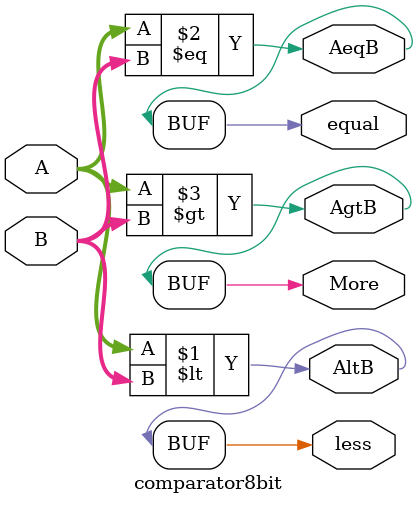
<source format=v>


module comparator8bit (
  input [7:0] A,
  input [7:0] B,
  output less,
  output equal,
  output More,
  output AeqB,
  output AltB,
  output AgtB
);

  assign less = (A < B);
  assign equal = (A == B);
  assign More = (A > B);
  assign AeqB = equal;
  assign AltB = less;
  assign AgtB = More;

endmodule
</source>
